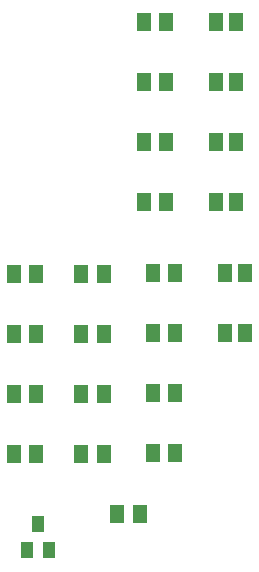
<source format=gbr>
%TF.GenerationSoftware,KiCad,Pcbnew,7.0.2-0*%
%TF.CreationDate,2023-11-13T17:50:44-05:00*%
%TF.ProjectId,Euro Power CV Shield,4575726f-2050-46f7-9765-722043562053,rev?*%
%TF.SameCoordinates,Original*%
%TF.FileFunction,Paste,Top*%
%TF.FilePolarity,Positive*%
%FSLAX46Y46*%
G04 Gerber Fmt 4.6, Leading zero omitted, Abs format (unit mm)*
G04 Created by KiCad (PCBNEW 7.0.2-0) date 2023-11-13 17:50:44*
%MOMM*%
%LPD*%
G01*
G04 APERTURE LIST*
%ADD10R,1.300000X1.500000*%
%ADD11R,1.000000X1.400000*%
G04 APERTURE END LIST*
D10*
%TO.C,R17*%
X150320900Y-109131900D03*
X152220900Y-109131900D03*
%TD*%
%TO.C,R16*%
X144293200Y-109249100D03*
X146193200Y-109249100D03*
%TD*%
%TO.C,R15*%
X149565500Y-87915100D03*
X151465500Y-87915100D03*
%TD*%
%TO.C,R14*%
X138573200Y-99089100D03*
X140473200Y-99089100D03*
%TD*%
%TO.C,R13*%
X150320900Y-114211900D03*
X152220900Y-114211900D03*
%TD*%
%TO.C,R12*%
X144293200Y-114329100D03*
X146193200Y-114329100D03*
%TD*%
%TO.C,R11*%
X149565500Y-92995100D03*
X151465500Y-92995100D03*
%TD*%
%TO.C,R10*%
X138573200Y-114329100D03*
X140473200Y-114329100D03*
%TD*%
%TO.C,C5*%
X155695500Y-92995100D03*
X157395500Y-92995100D03*
%TD*%
%TO.C,C4*%
X155695500Y-82835100D03*
X157395500Y-82835100D03*
%TD*%
%TO.C,R9*%
X138573200Y-109249100D03*
X140473200Y-109249100D03*
%TD*%
%TO.C,R8*%
X144293200Y-104169100D03*
X146193200Y-104169100D03*
%TD*%
%TO.C,R7*%
X149565500Y-82835100D03*
X151465500Y-82835100D03*
%TD*%
%TO.C,R6*%
X138573200Y-104169100D03*
X140473200Y-104169100D03*
%TD*%
%TO.C,R5*%
X144293200Y-99089100D03*
X146193200Y-99089100D03*
%TD*%
%TO.C,R4*%
X149565500Y-77755100D03*
X151465500Y-77755100D03*
%TD*%
%TO.C,R3*%
X150320900Y-98971900D03*
X152220900Y-98971900D03*
%TD*%
%TO.C,R2*%
X150320900Y-104051900D03*
X152220900Y-104051900D03*
%TD*%
%TO.C,R1*%
X147320000Y-119380000D03*
X149220000Y-119380000D03*
%TD*%
D11*
%TO.C,IC1*%
X139671500Y-122455700D03*
X141571500Y-122455700D03*
X140621500Y-120255700D03*
%TD*%
D10*
%TO.C,C12*%
X155695500Y-87915100D03*
X157395500Y-87915100D03*
%TD*%
%TO.C,C3*%
X158150900Y-104051900D03*
X156450900Y-104051900D03*
%TD*%
%TO.C,C2*%
X158150900Y-98971900D03*
X156450900Y-98971900D03*
%TD*%
%TO.C,C1*%
X155695500Y-77755100D03*
X157395500Y-77755100D03*
%TD*%
M02*

</source>
